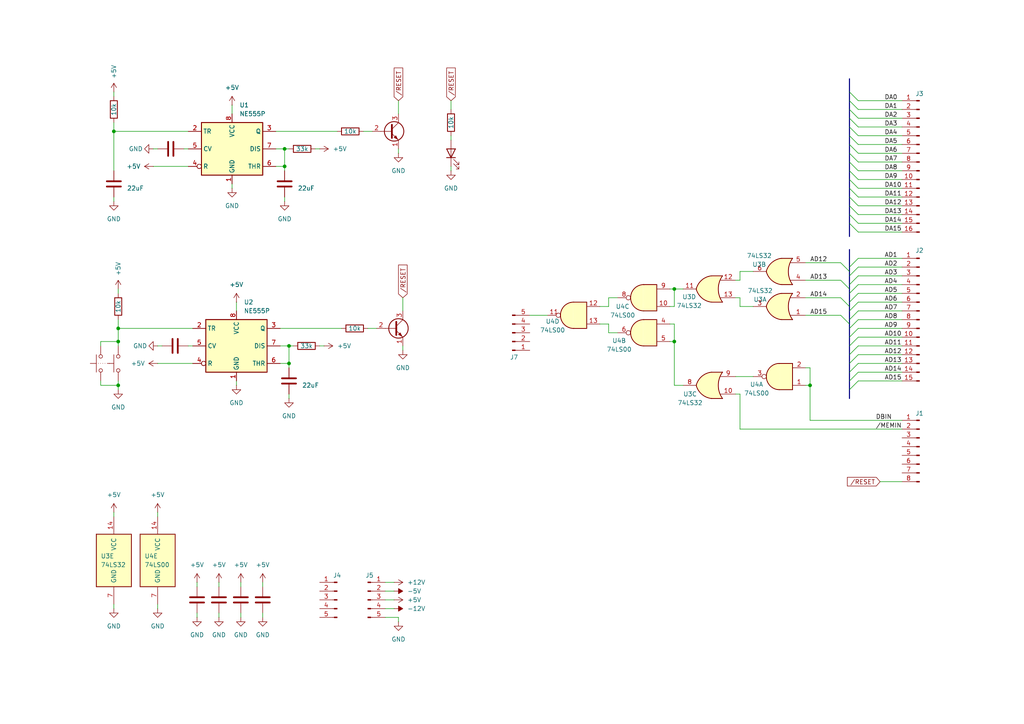
<source format=kicad_sch>
(kicad_sch (version 20250114) (generator "eeschema") (generator_version "9.0")
  (paper "A4")
  (lib_symbols
    (symbol "74xx:74LS00" (pin_names (offset 1.016))
      (property "Reference" "U" (at 0 1.27 0))
      (property "Value" "74LS00" (at 0 -1.27 0))
      (symbol "74LS00_1_1"
        (pin input line (at -7.62 2.54 0) (length 3.81) (name "~") (number "1"))
        (pin input line (at -7.62 -2.54 0) (length 3.81) (name "~") (number "2"))
        (pin output inverted (at 7.62 0 180) (length 3.81) (name "~") (number "3"))
      )
      (symbol "74LS00_1_2"
        (pin input inverted (at -7.62 2.54 0) (length 4.318) (name "~") (number "1"))
        (pin input inverted (at -7.62 -2.54 0) (length 4.318) (name "~") (number "2"))
        (pin output line (at 7.62 0 180) (length 3.81) (name "~") (number "3"))
      )
      (symbol "74LS00_2_1"
        (pin input line (at -7.62 2.54 0) (length 3.81) (name "~") (number "4"))
        (pin input line (at -7.62 -2.54 0) (length 3.81) (name "~") (number "5"))
        (pin output inverted (at 7.62 0 180) (length 3.81) (name "~") (number "6"))
      )
      (symbol "74LS00_2_2"
        (pin input inverted (at -7.62 2.54 0) (length 4.318) (name "~") (number "4"))
        (pin input inverted (at -7.62 -2.54 0) (length 4.318) (name "~") (number "5"))
        (pin output line (at 7.62 0 180) (length 3.81) (name "~") (number "6"))
      )
      (symbol "74LS00_3_1"
        (pin input line (at -7.62 2.54 0) (length 3.81) (name "~") (number "9"))
        (pin input line (at -7.62 -2.54 0) (length 3.81) (name "~") (number "10"))
        (pin output inverted (at 7.62 0 180) (length 3.81) (name "~") (number "8"))
      )
      (symbol "74LS00_3_2"
        (pin input inverted (at -7.62 2.54 0) (length 4.318) (name "~") (number "9"))
        (pin input inverted (at -7.62 -2.54 0) (length 4.318) (name "~") (number "10"))
        (pin output line (at 7.62 0 180) (length 3.81) (name "~") (number "8"))
      )
      (symbol "74LS00_4_1"
        (pin input line (at -7.62 2.54 0) (length 3.81) (name "~") (number "12"))
        (pin input line (at -7.62 -2.54 0) (length 3.81) (name "~") (number "13"))
        (pin output inverted (at 7.62 0 180) (length 3.81) (name "~") (number "11"))
      )
      (symbol "74LS00_4_2"
        (pin input inverted (at -7.62 2.54 0) (length 4.318) (name "~") (number "12"))
        (pin input inverted (at -7.62 -2.54 0) (length 4.318) (name "~") (number "13"))
        (pin output line (at 7.62 0 180) (length 3.81) (name "~") (number "11"))
      )
      (symbol "74LS00_5_0"
        (pin power_in line (at 0 12.7 270) (length 5.08) (name "VCC") (number "14"))
        (pin power_in line (at 0 -12.7 90) (length 5.08) (name "GND") (number "7"))
      )
    )
    (symbol "74xx:74LS32" (pin_names (offset 1.016))
      (property "Reference" "U" (at 0 1.27 0))
      (property "Value" "74LS32" (at 0 -1.27 0))
      (symbol "74LS32_1_1"
        (pin input line (at -7.62 2.54 0) (length 4.318) (name "~") (number "1"))
        (pin input line (at -7.62 -2.54 0) (length 4.318) (name "~") (number "2"))
        (pin output line (at 7.62 0 180) (length 3.81) (name "~") (number "3"))
      )
      (symbol "74LS32_1_2"
        (pin input inverted (at -7.62 2.54 0) (length 3.81) (name "~") (number "1"))
        (pin input inverted (at -7.62 -2.54 0) (length 3.81) (name "~") (number "2"))
        (pin output inverted (at 7.62 0 180) (length 3.81) (name "~") (number "3"))
      )
      (symbol "74LS32_2_1"
        (pin input line (at -7.62 2.54 0) (length 4.318) (name "~") (number "4"))
        (pin input line (at -7.62 -2.54 0) (length 4.318) (name "~") (number "5"))
        (pin output line (at 7.62 0 180) (length 3.81) (name "~") (number "6"))
      )
      (symbol "74LS32_2_2"
        (pin input inverted (at -7.62 2.54 0) (length 3.81) (name "~") (number "4"))
        (pin input inverted (at -7.62 -2.54 0) (length 3.81) (name "~") (number "5"))
        (pin output inverted (at 7.62 0 180) (length 3.81) (name "~") (number "6"))
      )
      (symbol "74LS32_3_1"
        (pin input line (at -7.62 2.54 0) (length 4.318) (name "~") (number "9"))
        (pin input line (at -7.62 -2.54 0) (length 4.318) (name "~") (number "10"))
        (pin output line (at 7.62 0 180) (length 3.81) (name "~") (number "8"))
      )
      (symbol "74LS32_3_2"
        (pin input inverted (at -7.62 2.54 0) (length 3.81) (name "~") (number "9"))
        (pin input inverted (at -7.62 -2.54 0) (length 3.81) (name "~") (number "10"))
        (pin output inverted (at 7.62 0 180) (length 3.81) (name "~") (number "8"))
      )
      (symbol "74LS32_4_1"
        (pin input line (at -7.62 2.54 0) (length 4.318) (name "~") (number "12"))
        (pin input line (at -7.62 -2.54 0) (length 4.318) (name "~") (number "13"))
        (pin output line (at 7.62 0 180) (length 3.81) (name "~") (number "11"))
      )
      (symbol "74LS32_4_2"
        (pin input inverted (at -7.62 2.54 0) (length 3.81) (name "~") (number "12"))
        (pin input inverted (at -7.62 -2.54 0) (length 3.81) (name "~") (number "13"))
        (pin output inverted (at 7.62 0 180) (length 3.81) (name "~") (number "11"))
      )
      (symbol "74LS32_5_0"
        (pin power_in line (at 0 12.7 270) (length 5.08) (name "VCC") (number "14"))
        (pin power_in line (at 0 -12.7 90) (length 5.08) (name "GND") (number "7"))
      )
    )
    (symbol "Connector:Conn_01x05_Pin" (pin_names (offset 1.016) (hide yes))
      (property "Reference" "J" (at 0 7.62 0))
      (property "Value" "Conn_01x05_Pin" (at 0 -7.62 0))
      (symbol "Conn_01x05_Pin_1_1"
        (pin passive line (at 5.08 5.08 180) (length 3.81) (name "Pin_1") (number "1"))
        (pin passive line (at 5.08 2.54 180) (length 3.81) (name "Pin_2") (number "2"))
        (pin passive line (at 5.08 0 180) (length 3.81) (name "Pin_3") (number "3"))
        (pin passive line (at 5.08 -2.54 180) (length 3.81) (name "Pin_4") (number "4"))
        (pin passive line (at 5.08 -5.08 180) (length 3.81) (name "Pin_5") (number "5"))
      )
    )
    (symbol "Connector:Conn_01x08_Pin" (pin_names (offset 1.016) (hide yes))
      (property "Reference" "J" (at 0 10.16 0))
      (property "Value" "Conn_01x08_Pin" (at 0 -12.7 0))
      (symbol "Conn_01x08_Pin_1_1"
        (pin passive line (at 5.08 7.62 180) (length 3.81) (name "Pin_1") (number "1"))
        (pin passive line (at 5.08 5.08 180) (length 3.81) (name "Pin_2") (number "2"))
        (pin passive line (at 5.08 2.54 180) (length 3.81) (name "Pin_3") (number "3"))
        (pin passive line (at 5.08 0 180) (length 3.81) (name "Pin_4") (number "4"))
        (pin passive line (at 5.08 -2.54 180) (length 3.81) (name "Pin_5") (number "5"))
        (pin passive line (at 5.08 -5.08 180) (length 3.81) (name "Pin_6") (number "6"))
        (pin passive line (at 5.08 -7.62 180) (length 3.81) (name "Pin_7") (number "7"))
        (pin passive line (at 5.08 -10.16 180) (length 3.81) (name "Pin_8") (number "8"))
      )
    )
    (symbol "Connector:Conn_01x15_Pin" (pin_names (offset 1.016) (hide yes))
      (property "Reference" "J" (at 0 20.32 0))
      (property "Value" "Conn_01x15_Pin" (at 0 -20.32 0))
      (symbol "Conn_01x15_Pin_1_1"
        (pin passive line (at 5.08 17.78 180) (length 3.81) (name "Pin_1") (number "1"))
        (pin passive line (at 5.08 15.24 180) (length 3.81) (name "Pin_2") (number "2"))
        (pin passive line (at 5.08 12.7 180) (length 3.81) (name "Pin_3") (number "3"))
        (pin passive line (at 5.08 10.16 180) (length 3.81) (name "Pin_4") (number "4"))
        (pin passive line (at 5.08 7.62 180) (length 3.81) (name "Pin_5") (number "5"))
        (pin passive line (at 5.08 5.08 180) (length 3.81) (name "Pin_6") (number "6"))
        (pin passive line (at 5.08 2.54 180) (length 3.81) (name "Pin_7") (number "7"))
        (pin passive line (at 5.08 0 180) (length 3.81) (name "Pin_8") (number "8"))
        (pin passive line (at 5.08 -2.54 180) (length 3.81) (name "Pin_9") (number "9"))
        (pin passive line (at 5.08 -5.08 180) (length 3.81) (name "Pin_10") (number "10"))
        (pin passive line (at 5.08 -7.62 180) (length 3.81) (name "Pin_11") (number "11"))
        (pin passive line (at 5.08 -10.16 180) (length 3.81) (name "Pin_12") (number "12"))
        (pin passive line (at 5.08 -12.7 180) (length 3.81) (name "Pin_13") (number "13"))
        (pin passive line (at 5.08 -15.24 180) (length 3.81) (name "Pin_14") (number "14"))
        (pin passive line (at 5.08 -17.78 180) (length 3.81) (name "Pin_15") (number "15"))
      )
    )
    (symbol "Connector:Conn_01x16_Pin" (pin_names (offset 1.016) (hide yes))
      (property "Reference" "J" (at 0 20.32 0))
      (property "Value" "Conn_01x16_Pin" (at 0 -22.86 0))
      (symbol "Conn_01x16_Pin_1_1"
        (pin passive line (at 5.08 17.78 180) (length 3.81) (name "Pin_1") (number "1"))
        (pin passive line (at 5.08 15.24 180) (length 3.81) (name "Pin_2") (number "2"))
        (pin passive line (at 5.08 12.7 180) (length 3.81) (name "Pin_3") (number "3"))
        (pin passive line (at 5.08 10.16 180) (length 3.81) (name "Pin_4") (number "4"))
        (pin passive line (at 5.08 7.62 180) (length 3.81) (name "Pin_5") (number "5"))
        (pin passive line (at 5.08 5.08 180) (length 3.81) (name "Pin_6") (number "6"))
        (pin passive line (at 5.08 2.54 180) (length 3.81) (name "Pin_7") (number "7"))
        (pin passive line (at 5.08 0 180) (length 3.81) (name "Pin_8") (number "8"))
        (pin passive line (at 5.08 -2.54 180) (length 3.81) (name "Pin_9") (number "9"))
        (pin passive line (at 5.08 -5.08 180) (length 3.81) (name "Pin_10") (number "10"))
        (pin passive line (at 5.08 -7.62 180) (length 3.81) (name "Pin_11") (number "11"))
        (pin passive line (at 5.08 -10.16 180) (length 3.81) (name "Pin_12") (number "12"))
        (pin passive line (at 5.08 -12.7 180) (length 3.81) (name "Pin_13") (number "13"))
        (pin passive line (at 5.08 -15.24 180) (length 3.81) (name "Pin_14") (number "14"))
        (pin passive line (at 5.08 -17.78 180) (length 3.81) (name "Pin_15") (number "15"))
        (pin passive line (at 5.08 -20.32 180) (length 3.81) (name "Pin_16") (number "16"))
      )
    )
    (symbol "Device:C" (pin_numbers (hide yes)) (pin_names (offset 0.254))
      (property "Reference" "C" (at 0.635 2.54 0))
      (property "Value" "C" (at 0.635 -2.54 0))
      (symbol "C_1_1"
        (pin passive line (at 0 3.81 270) (length 2.794) (name "~") (number "1"))
        (pin passive line (at 0 -3.81 90) (length 2.794) (name "~") (number "2"))
      )
    )
    (symbol "Device:LED" (pin_numbers (hide yes)) (pin_names (offset 1.016) (hide yes))
      (property "Reference" "D" (at 0 2.54 0))
      (property "Value" "LED" (at 0 -2.54 0))
      (symbol "LED_1_1"
        (pin passive line (at -3.81 0 0) (length 2.54) (name "K") (number "1"))
        (pin passive line (at 3.81 0 180) (length 2.54) (name "A") (number "2"))
      )
    )
    (symbol "Device:R" (pin_numbers (hide yes)) (pin_names (offset 0))
      (property "Reference" "R" (at 2.032 0 90))
      (property "Value" "R" (at 0 0 90))
      (symbol "R_1_1"
        (pin passive line (at 0 3.81 270) (length 1.27) (name "~") (number "1"))
        (pin passive line (at 0 -3.81 90) (length 1.27) (name "~") (number "2"))
      )
    )
    (symbol "Timer:NE555P"
      (property "Reference" "U" (at -10.16 8.89 0))
      (property "Value" "NE555P" (at 2.54 8.89 0))
      (symbol "NE555P_0_0"
        (pin power_in line (at 0 10.16 270) (length 2.54) (name "VCC") (number "8"))
        (pin power_in line (at 0 -10.16 90) (length 2.54) (name "GND") (number "1"))
      )
      (symbol "NE555P_1_1"
        (pin input line (at -12.7 5.08 0) (length 3.81) (name "TR") (number "2"))
        (pin input line (at -12.7 0 0) (length 3.81) (name "CV") (number "5"))
        (pin input inverted (at -12.7 -5.08 0) (length 3.81) (name "R") (number "4"))
        (pin output line (at 12.7 5.08 180) (length 3.81) (name "Q") (number "3"))
        (pin input line (at 12.7 0 180) (length 3.81) (name "DIS") (number "7"))
        (pin input line (at 12.7 -5.08 180) (length 3.81) (name "THR") (number "6"))
      )
    )
    (symbol "Transistor_BJT:2N3904" (pin_names (offset 0) (hide yes))
      (property "Reference" "Q" (at 5.08 1.905 0))
      (property "Value" "2N3904" (at 5.08 0 0))
      (symbol "2N3904_1_1"
        (pin input line (at -5.08 0 0) (length 2.54) (name "B") (number "2"))
        (pin passive line (at 2.54 5.08 270) (length 2.54) (name "C") (number "3"))
        (pin passive line (at 2.54 -5.08 90) (length 2.54) (name "E") (number "1"))
      )
    )
    (symbol "User:SW_Double_Push" (pin_numbers (hide yes)) (pin_names (offset 1.016) (hide yes))
      (property "Reference" "SW" (at 1.27 2.54 0))
      (property "Value" "SW_Double_Push" (at 0 -7.112 0))
      (symbol "SW_Double_Push_0_1"
        (pin passive line (at -5.08 0 0) (length 2.54) (name "1") (number "1"))
        (pin passive line (at -5.08 -5.08 0) (length 2.54) (name "1") (number "1"))
        (pin passive line (at 5.08 0 180) (length 2.54) (name "2") (number "2"))
        (pin passive line (at 5.08 -5.08 180) (length 2.54) (name "2") (number "2"))
      )
    )
    (symbol "power:+12V" (power) (pin_numbers (hide yes)) (pin_names (offset 0) (hide yes))
      (property "Value" "+12V" (at 0 3.556 0))
      (symbol "+12V_1_1"
        (pin power_in line (at 0 0 90) (length 0) (name "~") (number "1"))
      )
    )
    (symbol "power:+5V" (power) (pin_numbers (hide yes)) (pin_names (offset 0) (hide yes))
      (property "Value" "+5V" (at 0 3.556 0))
      (symbol "+5V_1_1"
        (pin power_in line (at 0 0 90) (length 0) (name "~") (number "1"))
      )
    )
    (symbol "power:-12V" (power) (pin_numbers (hide yes)) (pin_names (offset 0) (hide yes))
      (property "Value" "-12V" (at 0 3.556 0))
      (symbol "-12V_0_0"
        (pin power_in line (at 0 0 90) (length 0) (name "~") (number "1"))
      )
    )
    (symbol "power:-5V" (power) (pin_numbers (hide yes)) (pin_names (offset 0) (hide yes))
      (property "Value" "-5V" (at 0 3.556 0))
      (symbol "-5V_0_0"
        (pin power_in line (at 0 0 90) (length 0) (name "~") (number "1"))
      )
    )
    (symbol "power:GND" (power) (pin_numbers (hide yes)) (pin_names (offset 0) (hide yes))
      (property "Value" "GND" (at 0 -3.81 0))
      (symbol "GND_1_1"
        (pin power_in line (at 0 0 270) (length 0) (name "~") (number "1"))
      )
    )
  )
  (junction (at 195.58 99.06))
  (junction (at 234.95 111.76))
  (junction (at 82.55 48.26))
  (junction (at 83.82 100.33))
  (junction (at 34.29 99.06))
  (junction (at 195.58 83.82))
  (junction (at 33.02 38.1))
  (junction (at 34.29 95.25))
  (junction (at 82.55 43.18))
  (junction (at 83.82 105.41))
  (junction (at 34.29 111.76))
  (bus_entry (at 246.38 110.49) (size 2.54 -2.54))
  (bus_entry (at 246.38 105.41) (size 2.54 -2.54))
  (bus_entry (at 246.38 100.33) (size 2.54 -2.54))
  (bus_entry (at 243.84 86.36) (size 2.54 2.54))
  (bus_entry (at 243.84 81.28) (size 2.54 2.54))
  (bus_entry (at 246.38 57.15) (size 2.54 2.54))
  (bus_entry (at 246.38 77.47) (size 2.54 -2.54))
  (bus_entry (at 246.38 54.61) (size 2.54 2.54))
  (bus_entry (at 246.38 34.29) (size 2.54 2.54))
  (bus_entry (at 246.38 80.01) (size 2.54 -2.54))
  (bus_entry (at 246.38 102.87) (size 2.54 -2.54))
  (bus_entry (at 246.38 49.53) (size 2.54 2.54))
  (bus_entry (at 246.38 87.63) (size 2.54 -2.54))
  (bus_entry (at 246.38 95.25) (size 2.54 -2.54))
  (bus_entry (at 246.38 26.67) (size 2.54 2.54))
  (bus_entry (at 246.38 64.77) (size 2.54 2.54))
  (bus_entry (at 246.38 92.71) (size 2.54 -2.54))
  (bus_entry (at 246.38 59.69) (size 2.54 2.54))
  (bus_entry (at 246.38 85.09) (size 2.54 -2.54))
  (bus_entry (at 246.38 41.91) (size 2.54 2.54))
  (bus_entry (at 246.38 62.23) (size 2.54 2.54))
  (bus_entry (at 246.38 46.99) (size 2.54 2.54))
  (bus_entry (at 246.38 36.83) (size 2.54 2.54))
  (bus_entry (at 246.38 82.55) (size 2.54 -2.54))
  (bus_entry (at 243.84 76.2) (size 2.54 2.54))
  (bus_entry (at 246.38 52.07) (size 2.54 2.54))
  (bus_entry (at 246.38 31.75) (size 2.54 2.54))
  (bus_entry (at 246.38 107.95) (size 2.54 -2.54))
  (bus_entry (at 243.84 91.44) (size 2.54 2.54))
  (bus_entry (at 246.38 39.37) (size 2.54 2.54))
  (bus_entry (at 246.38 29.21) (size 2.54 2.54))
  (bus_entry (at 246.38 90.17) (size 2.54 -2.54))
  (bus_entry (at 246.38 97.79) (size 2.54 -2.54))
  (bus_entry (at 246.38 113.03) (size 2.54 -2.54))
  (bus_entry (at 246.38 44.45) (size 2.54 2.54))
  (wire (pts (xy 248.92 107.95) (xy 261.62 107.95)))
  (wire (pts (xy 248.92 100.33) (xy 261.62 100.33)))
  (wire (pts (xy 214.63 114.3) (xy 214.63 124.46)))
  (wire (pts (xy 82.55 43.18) (xy 80.01 43.18)))
  (wire (pts (xy 130.81 29.21) (xy 130.81 31.75)))
  (bus (pts (xy 246.38 52.07) (xy 246.38 49.53)))
  (wire (pts (xy 63.5 168.91) (xy 63.5 170.18)))
  (wire (pts (xy 248.92 59.69) (xy 261.62 59.69)))
  (wire (pts (xy 195.58 111.76) (xy 195.58 99.06)))
  (wire (pts (xy 214.63 86.36) (xy 214.63 88.9)))
  (wire (pts (xy 33.02 175.26) (xy 33.02 176.53)))
  (bus (pts (xy 246.38 82.55) (xy 246.38 83.82)))
  (wire (pts (xy 248.92 62.23) (xy 261.62 62.23)))
  (wire (pts (xy 29.21 110.49) (xy 29.21 111.76)))
  (wire (pts (xy 248.92 29.21) (xy 261.62 29.21)))
  (wire (pts (xy 34.29 95.25) (xy 34.29 99.06)))
  (wire (pts (xy 80.01 48.26) (xy 82.55 48.26)))
  (wire (pts (xy 105.41 38.1) (xy 107.95 38.1)))
  (wire (pts (xy 116.84 86.36) (xy 116.84 90.17)))
  (bus (pts (xy 246.38 107.95) (xy 246.38 110.49)))
  (wire (pts (xy 248.92 34.29) (xy 261.62 34.29)))
  (bus (pts (xy 246.38 92.71) (xy 246.38 93.98)))
  (wire (pts (xy 218.44 78.74) (xy 214.63 78.74)))
  (wire (pts (xy 83.82 114.3) (xy 83.82 115.57)))
  (wire (pts (xy 115.57 179.07) (xy 111.76 179.07)))
  (wire (pts (xy 248.92 46.99) (xy 261.62 46.99)))
  (wire (pts (xy 248.92 80.01) (xy 261.62 80.01)))
  (bus (pts (xy 246.38 34.29) (xy 246.38 31.75)))
  (wire (pts (xy 248.92 82.55) (xy 261.62 82.55)))
  (wire (pts (xy 92.71 100.33) (xy 93.98 100.33)))
  (wire (pts (xy 44.45 48.26) (xy 54.61 48.26)))
  (wire (pts (xy 233.68 81.28) (xy 243.84 81.28)))
  (wire (pts (xy 158.75 91.44) (xy 153.67 91.44)))
  (wire (pts (xy 248.92 39.37) (xy 261.62 39.37)))
  (wire (pts (xy 83.82 105.41) (xy 83.82 106.68)))
  (wire (pts (xy 195.58 93.98) (xy 194.31 93.98)))
  (bus (pts (xy 246.38 54.61) (xy 246.38 52.07)))
  (bus (pts (xy 246.38 87.63) (xy 246.38 88.9)))
  (bus (pts (xy 246.38 36.83) (xy 246.38 34.29)))
  (wire (pts (xy 83.82 100.33) (xy 85.09 100.33)))
  (wire (pts (xy 195.58 88.9) (xy 195.58 83.82)))
  (bus (pts (xy 246.38 68.58) (xy 246.38 64.77)))
  (bus (pts (xy 246.38 83.82) (xy 246.38 85.09)))
  (wire (pts (xy 214.63 86.36) (xy 213.36 86.36)))
  (bus (pts (xy 246.38 59.69) (xy 246.38 57.15)))
  (wire (pts (xy 63.5 177.8) (xy 63.5 179.07)))
  (wire (pts (xy 114.3 176.53) (xy 111.76 176.53)))
  (wire (pts (xy 34.29 85.09) (xy 34.29 83.82)))
  (wire (pts (xy 76.2 177.8) (xy 76.2 179.07)))
  (wire (pts (xy 248.92 90.17) (xy 261.62 90.17)))
  (wire (pts (xy 248.92 67.31) (xy 261.62 67.31)))
  (bus (pts (xy 246.38 72.39) (xy 246.38 77.47)))
  (wire (pts (xy 248.92 97.79) (xy 261.62 97.79)))
  (wire (pts (xy 33.02 27.94) (xy 33.02 26.67)))
  (wire (pts (xy 45.72 175.26) (xy 45.72 176.53)))
  (wire (pts (xy 34.29 95.25) (xy 55.88 95.25)))
  (wire (pts (xy 248.92 31.75) (xy 261.62 31.75)))
  (wire (pts (xy 233.68 76.2) (xy 243.84 76.2)))
  (wire (pts (xy 29.21 111.76) (xy 34.29 111.76)))
  (wire (pts (xy 179.07 86.36) (xy 176.53 86.36)))
  (wire (pts (xy 82.55 48.26) (xy 82.55 49.53)))
  (wire (pts (xy 81.28 105.41) (xy 83.82 105.41)))
  (wire (pts (xy 115.57 29.21) (xy 115.57 33.02)))
  (wire (pts (xy 57.15 168.91) (xy 57.15 170.18)))
  (bus (pts (xy 246.38 49.53) (xy 246.38 46.99)))
  (wire (pts (xy 198.12 83.82) (xy 195.58 83.82)))
  (wire (pts (xy 195.58 83.82) (xy 194.31 83.82)))
  (bus (pts (xy 246.38 26.67) (xy 246.38 22.86)))
  (wire (pts (xy 248.92 41.91) (xy 261.62 41.91)))
  (bus (pts (xy 246.38 44.45) (xy 246.38 41.91)))
  (wire (pts (xy 233.68 111.76) (xy 234.95 111.76)))
  (wire (pts (xy 248.92 44.45) (xy 261.62 44.45)))
  (wire (pts (xy 176.53 86.36) (xy 176.53 88.9)))
  (wire (pts (xy 248.92 49.53) (xy 261.62 49.53)))
  (wire (pts (xy 248.92 57.15) (xy 261.62 57.15)))
  (wire (pts (xy 233.68 86.36) (xy 243.84 86.36)))
  (wire (pts (xy 248.92 102.87) (xy 261.62 102.87)))
  (wire (pts (xy 115.57 180.34) (xy 115.57 179.07)))
  (wire (pts (xy 179.07 96.52) (xy 176.53 96.52)))
  (wire (pts (xy 218.44 109.22) (xy 213.36 109.22)))
  (wire (pts (xy 68.58 110.49) (xy 68.58 111.76)))
  (wire (pts (xy 248.92 36.83) (xy 261.62 36.83)))
  (wire (pts (xy 198.12 111.76) (xy 195.58 111.76)))
  (bus (pts (xy 246.38 85.09) (xy 246.38 87.63)))
  (wire (pts (xy 115.57 44.45) (xy 115.57 43.18)))
  (wire (pts (xy 34.29 99.06) (xy 34.29 100.33)))
  (wire (pts (xy 33.02 57.15) (xy 33.02 58.42)))
  (wire (pts (xy 194.31 88.9) (xy 195.58 88.9)))
  (wire (pts (xy 76.2 168.91) (xy 76.2 170.18)))
  (wire (pts (xy 46.99 100.33) (xy 45.72 100.33)))
  (wire (pts (xy 34.29 92.71) (xy 34.29 95.25)))
  (bus (pts (xy 246.38 39.37) (xy 246.38 36.83)))
  (wire (pts (xy 176.53 93.98) (xy 173.99 93.98)))
  (wire (pts (xy 34.29 111.76) (xy 34.29 113.03)))
  (wire (pts (xy 233.68 91.44) (xy 243.84 91.44)))
  (bus (pts (xy 246.38 93.98) (xy 246.38 95.25)))
  (wire (pts (xy 248.92 105.41) (xy 261.62 105.41)))
  (bus (pts (xy 246.38 100.33) (xy 246.38 102.87)))
  (wire (pts (xy 81.28 95.25) (xy 99.06 95.25)))
  (wire (pts (xy 54.61 100.33) (xy 55.88 100.33)))
  (wire (pts (xy 34.29 111.76) (xy 34.29 110.49)))
  (bus (pts (xy 246.38 113.03) (xy 246.38 115.57)))
  (wire (pts (xy 33.02 35.56) (xy 33.02 38.1)))
  (wire (pts (xy 91.44 43.18) (xy 92.71 43.18)))
  (wire (pts (xy 33.02 148.59) (xy 33.02 149.86)))
  (wire (pts (xy 248.92 74.93) (xy 261.62 74.93)))
  (wire (pts (xy 234.95 111.76) (xy 234.95 106.68)))
  (wire (pts (xy 68.58 87.63) (xy 68.58 90.17)))
  (wire (pts (xy 218.44 88.9) (xy 214.63 88.9)))
  (wire (pts (xy 248.92 92.71) (xy 261.62 92.71)))
  (bus (pts (xy 246.38 95.25) (xy 246.38 97.79)))
  (bus (pts (xy 246.38 64.77) (xy 246.38 62.23)))
  (wire (pts (xy 248.92 95.25) (xy 261.62 95.25)))
  (wire (pts (xy 214.63 124.46) (xy 261.62 124.46)))
  (wire (pts (xy 106.68 95.25) (xy 109.22 95.25)))
  (wire (pts (xy 116.84 101.6) (xy 116.84 100.33)))
  (wire (pts (xy 255.27 139.7) (xy 261.62 139.7)))
  (wire (pts (xy 194.31 99.06) (xy 195.58 99.06)))
  (wire (pts (xy 248.92 85.09) (xy 261.62 85.09)))
  (wire (pts (xy 57.15 177.8) (xy 57.15 179.07)))
  (bus (pts (xy 246.38 110.49) (xy 246.38 113.03)))
  (wire (pts (xy 234.95 106.68) (xy 233.68 106.68)))
  (wire (pts (xy 130.81 48.26) (xy 130.81 49.53)))
  (wire (pts (xy 80.01 38.1) (xy 97.79 38.1)))
  (wire (pts (xy 114.3 168.91) (xy 111.76 168.91)))
  (wire (pts (xy 82.55 57.15) (xy 82.55 58.42)))
  (bus (pts (xy 246.38 78.74) (xy 246.38 80.01)))
  (bus (pts (xy 246.38 90.17) (xy 246.38 92.71)))
  (wire (pts (xy 248.92 64.77) (xy 261.62 64.77)))
  (bus (pts (xy 246.38 31.75) (xy 246.38 29.21)))
  (bus (pts (xy 246.38 62.23) (xy 246.38 59.69)))
  (wire (pts (xy 248.92 87.63) (xy 261.62 87.63)))
  (bus (pts (xy 246.38 41.91) (xy 246.38 39.37)))
  (wire (pts (xy 130.81 39.37) (xy 130.81 40.64)))
  (bus (pts (xy 246.38 29.21) (xy 246.38 26.67)))
  (wire (pts (xy 33.02 38.1) (xy 54.61 38.1)))
  (wire (pts (xy 214.63 78.74) (xy 214.63 81.28)))
  (bus (pts (xy 246.38 77.47) (xy 246.38 78.74)))
  (wire (pts (xy 248.92 54.61) (xy 261.62 54.61)))
  (bus (pts (xy 246.38 105.41) (xy 246.38 107.95)))
  (wire (pts (xy 29.21 100.33) (xy 29.21 99.06)))
  (wire (pts (xy 53.34 43.18) (xy 54.61 43.18)))
  (wire (pts (xy 45.72 105.41) (xy 55.88 105.41)))
  (wire (pts (xy 67.31 30.48) (xy 67.31 33.02)))
  (wire (pts (xy 114.3 171.45) (xy 111.76 171.45)))
  (bus (pts (xy 246.38 102.87) (xy 246.38 105.41)))
  (wire (pts (xy 195.58 99.06) (xy 195.58 93.98)))
  (wire (pts (xy 248.92 77.47) (xy 261.62 77.47)))
  (wire (pts (xy 176.53 88.9) (xy 173.99 88.9)))
  (wire (pts (xy 33.02 38.1) (xy 33.02 49.53)))
  (wire (pts (xy 114.3 173.99) (xy 111.76 173.99)))
  (wire (pts (xy 248.92 52.07) (xy 261.62 52.07)))
  (wire (pts (xy 82.55 43.18) (xy 83.82 43.18)))
  (wire (pts (xy 234.95 111.76) (xy 234.95 121.92)))
  (wire (pts (xy 67.31 53.34) (xy 67.31 54.61)))
  (wire (pts (xy 213.36 81.28) (xy 214.63 81.28)))
  (bus (pts (xy 246.38 57.15) (xy 246.38 54.61)))
  (wire (pts (xy 234.95 121.92) (xy 261.62 121.92)))
  (wire (pts (xy 45.72 148.59) (xy 45.72 149.86)))
  (bus (pts (xy 246.38 88.9) (xy 246.38 90.17)))
  (bus (pts (xy 246.38 97.79) (xy 246.38 100.33)))
  (wire (pts (xy 176.53 96.52) (xy 176.53 93.98)))
  (wire (pts (xy 83.82 105.41) (xy 83.82 100.33)))
  (wire (pts (xy 83.82 100.33) (xy 81.28 100.33)))
  (wire (pts (xy 29.21 99.06) (xy 34.29 99.06)))
  (wire (pts (xy 69.85 168.91) (xy 69.85 170.18)))
  (wire (pts (xy 45.72 43.18) (xy 44.45 43.18)))
  (wire (pts (xy 214.63 114.3) (xy 213.36 114.3)))
  (bus (pts (xy 246.38 46.99) (xy 246.38 44.45)))
  (bus (pts (xy 246.38 80.01) (xy 246.38 82.55)))
  (wire (pts (xy 82.55 48.26) (xy 82.55 43.18)))
  (wire (pts (xy 248.92 110.49) (xy 261.62 110.49)))
  (wire (pts (xy 69.85 177.8) (xy 69.85 179.07)))
  (label "AD5" (at 256.54 85.09 0))
  (label "{slash}MEMIN" (at 254 124.46 0))
  (label "AD15" (at 234.95 91.44 0))
  (label "AD12" (at 256.54 102.87 0))
  (label "DA6" (at 256.54 44.45 0))
  (label "AD8" (at 256.54 92.71 0))
  (label "AD11" (at 256.54 100.33 0))
  (label "AD13" (at 234.95 81.28 0))
  (label "DA10" (at 256.54 54.61 0))
  (label "DA0" (at 256.54 29.21 0))
  (label "AD1" (at 256.54 74.93 0))
  (label "AD3" (at 256.54 80.01 0))
  (label "AD14" (at 234.95 86.36 0))
  (label "AD9" (at 256.54 95.25 0))
  (label "DA9" (at 256.54 52.07 0))
  (label "DA11" (at 256.54 57.15 0))
  (label "DA15" (at 256.54 67.31 0))
  (label "AD14" (at 256.54 107.95 0))
  (label "AD6" (at 256.54 87.63 0))
  (label "AD12" (at 234.95 76.2 0))
  (label "DA4" (at 256.54 39.37 0))
  (label "DA3" (at 256.54 36.83 0))
  (label "DBIN" (at 254 121.92 0))
  (label "DA12" (at 256.54 59.69 0))
  (label "DA1" (at 256.54 31.75 0))
  (label "DA7" (at 256.54 46.99 0))
  (label "DA2" (at 256.54 34.29 0))
  (label "DA8" (at 256.54 49.53 0))
  (label "AD13" (at 256.54 105.41 0))
  (label "AD2" (at 256.54 77.47 0))
  (label "DA14" (at 256.54 64.77 0))
  (label "AD7" (at 256.54 90.17 0))
  (label "AD4" (at 256.54 82.55 0))
  (label "AD10" (at 256.54 97.79 0))
  (label "DA13" (at 256.54 62.23 0))
  (label "DA5" (at 256.54 41.91 0))
  (label "AD15" (at 256.54 110.49 0))
  (global_label "{slash}RESET" (shape input) (at 130.81 29.21 90) (property "Intersheetrefs" "${INTERSHEET_REFS}" (effects (hide yes))))
  (global_label "{slash}RESET" (shape input) (at 115.57 29.21 90) (property "Intersheetrefs" "${INTERSHEET_REFS}" (effects (hide yes))))
  (global_label "{slash}RESET" (shape input) (at 116.84 86.36 90) (property "Intersheetrefs" "${INTERSHEET_REFS}" (effects (hide yes))))
  (global_label "{slash}RESET" (shape input) (at 255.27 139.7 180) (property "Intersheetrefs" "${INTERSHEET_REFS}" (effects (hide yes))))
  (symbol (lib_id "power:+5V") (at 44.45 48.26 90) (unit 1)
    (property "Reference" "#PWR016" (effects (hide yes)))
    (property "Value" "+5V" (at 40.7875 48.2599 90) (effects (justify left)))
    (property "Description" "Power symbol creates a global label with name \"+5V\"" (effects (hide yes)))
  )
  (symbol (lib_id "Device:C") (at 50.8 100.33 270) (unit 1)
    (property "Reference" "C8" (effects (hide yes)))
    (property "Value" "C" (effects (hide yes)))
    (property "Footprint" "Capacitor_THT:C_Disc_D3.0mm_W1.6mm_P2.50mm" (effects (hide yes)))
    (property "Description" "Unpolarized capacitor" (effects (hide yes)))
  )
  (symbol (lib_id "Device:R") (at 87.63 43.18 270) (unit 1)
    (property "Reference" "R7" (effects (hide yes)))
    (property "Value" "33k" (at 87.63 43.18 90))
    (property "Footprint" "Resistor_THT:R_Axial_DIN0207_L6.3mm_D2.5mm_P10.16mm_Horizontal" (effects (hide yes)))
    (property "Description" "Resistor" (effects (hide yes)))
  )
  (symbol (lib_id "Connector:Conn_01x15_Pin") (at 266.7 92.71 0) (mirror y) (unit 1)
    (property "Reference" "J2" (at 266.7 72.644 0))
    (property "Value" "Conn_01x15_Pin" (effects (hide yes)))
    (property "Footprint" "Connector_PinHeader_2.54mm:PinHeader_1x15_P2.54mm_Vertical" (effects (hide yes)))
    (property "Description" "Generic connector, single row, 01x15, script generated" (effects (hide yes)))
  )
  (symbol (lib_id "power:+5V") (at 45.72 105.41 90) (unit 1)
    (property "Reference" "#PWR037" (effects (hide yes)))
    (property "Value" "+5V" (at 42.0575 105.4099 90) (effects (justify left)))
    (property "Description" "Power symbol creates a global label with name \"+5V\"" (effects (hide yes)))
  )
  (symbol (lib_id "Transistor_BJT:2N3904") (at 113.03 38.1 0) (unit 1)
    (property "Reference" "Q1" (effects (hide yes)))
    (property "Value" "2N3904" (effects (hide yes)))
    (property "Footprint" "Package_TO_SOT_THT:TO-92L_Wide" (effects (hide yes)))
    (property "Datasheet" "https://www.onsemi.com/pub/Collateral/2N3903-D.PDF" (effects (hide yes)))
    (property "Description" "0.2A Ic, 40V Vce, Small Signal NPN Transistor, TO-92" (effects (hide yes)))
  )
  (symbol (lib_id "power:GND") (at 115.57 44.45 0) (unit 1)
    (property "Reference" "#PWR027" (effects (hide yes)))
    (property "Value" "GND" (at 115.57 49.53 0))
    (property "Description" "Power symbol creates a global label with name \"GND\" , ground" (effects (hide yes)))
  )
  (symbol (lib_id "Device:C") (at 33.02 53.34 0) (unit 1)
    (property "Reference" "C5" (effects (hide yes)))
    (property "Value" "22uF" (at 36.83 54.6099 0) (effects (justify left)))
    (property "Footprint" "Capacitor_THT:C_Radial_D5.0mm_H11.0mm_P2.00mm" (effects (hide yes)))
    (property "Description" "Unpolarized capacitor" (effects (hide yes)))
  )
  (symbol (lib_id "power:+5V") (at 68.58 87.63 0) (unit 1)
    (property "Reference" "#PWR030" (effects (hide yes)))
    (property "Value" "+5V" (at 68.58 82.55 0))
    (property "Description" "Power symbol creates a global label with name \"+5V\"" (effects (hide yes)))
  )
  (symbol (lib_id "Device:R") (at 101.6 38.1 270) (unit 1)
    (property "Reference" "R9" (effects (hide yes)))
    (property "Value" "10k" (at 101.6 38.1 90))
    (property "Footprint" "Resistor_THT:R_Axial_DIN0207_L6.3mm_D2.5mm_P10.16mm_Horizontal" (effects (hide yes)))
    (property "Description" "Resistor" (effects (hide yes)))
  )
  (symbol (lib_id "Device:C") (at 76.2 173.99 0) (unit 1)
    (property "Reference" "C9" (effects (hide yes)))
    (property "Value" "C" (effects (hide yes)))
    (property "Footprint" "Capacitor_THT:C_Disc_D3.0mm_W1.6mm_P2.50mm" (effects (hide yes)))
    (property "Description" "Unpolarized capacitor" (effects (hide yes)))
  )
  (symbol (lib_id "Connector:Conn_01x05_Pin") (at 97.79 173.99 0) (mirror y) (unit 1)
    (property "Reference" "J4" (at 97.79 166.878 0))
    (property "Value" "Conn_01x05_Pin" (effects (hide yes)))
    (property "Footprint" "Connector_PinHeader_2.54mm:PinHeader_1x05_P2.54mm_Vertical" (effects (hide yes)))
    (property "Description" "Generic connector, single row, 01x05, script generated" (effects (hide yes)))
  )
  (symbol (lib_id "74xx:74LS00") (at 186.69 86.36 0) (mirror y) (unit 3)
    (property "Reference" "U4" (at 180.594 88.9 0))
    (property "Value" "74LS00" (at 180.594 91.44 0))
    (property "Footprint" "Package_DIP:DIP-14_W7.62mm" (effects (hide yes)))
    (property "Datasheet" "http://www.ti.com/lit/gpn/sn74ls00" (effects (hide yes)))
    (property "Description" "quad 2-input NAND gate" (effects (hide yes)))
  )
  (symbol (lib_id "power:+12V") (at 114.3 168.91 270) (unit 1)
    (property "Reference" "#PWR08" (effects (hide yes)))
    (property "Value" "+12V" (at 118.11 168.9099 90) (effects (justify left)))
    (property "Description" "Power symbol creates a global label with name \"+12V\"" (effects (hide yes)))
  )
  (symbol (lib_id "Connector:Conn_01x16_Pin") (at 266.7 46.99 0) (mirror y) (unit 1)
    (property "Reference" "J3" (at 266.7 27.178 0))
    (property "Value" "Conn_01x16_Pin" (effects (hide yes)))
    (property "Footprint" "Connector_PinHeader_2.54mm:PinHeader_1x16_P2.54mm_Vertical" (effects (hide yes)))
    (property "Description" "Generic connector, single row, 01x16, script generated" (effects (hide yes)))
  )
  (symbol (lib_id "power:GND") (at 33.02 176.53 0) (unit 1)
    (property "Reference" "#PWR012" (effects (hide yes)))
    (property "Value" "GND" (at 33.02 181.61 0))
    (property "Description" "Power symbol creates a global label with name \"GND\" , ground" (effects (hide yes)))
  )
  (symbol (lib_id "74xx:74LS32") (at 205.74 83.82 0) (mirror y) (unit 4)
    (property "Reference" "U3" (at 199.898 86.106 0))
    (property "Value" "74LS32" (at 199.898 88.646 0))
    (property "Footprint" "Package_DIP:DIP-14_W7.62mm" (effects (hide yes)))
    (property "Datasheet" "http://www.ti.com/lit/gpn/sn74LS32" (effects (hide yes)))
    (property "Description" "Quad 2-input OR" (effects (hide yes)))
  )
  (symbol (lib_id "Device:R") (at 34.29 88.9 0) (unit 1)
    (property "Reference" "R11" (effects (hide yes)))
    (property "Value" "10k" (at 34.29 88.9 90))
    (property "Footprint" "Resistor_THT:R_Axial_DIN0207_L6.3mm_D2.5mm_P10.16mm_Horizontal" (effects (hide yes)))
    (property "Description" "Resistor" (effects (hide yes)))
  )
  (symbol (lib_id "Transistor_BJT:2N3904") (at 114.3 95.25 0) (unit 1)
    (property "Reference" "Q2" (effects (hide yes)))
    (property "Value" "2N3904" (effects (hide yes)))
    (property "Footprint" "Package_TO_SOT_THT:TO-92L_Wide" (effects (hide yes)))
    (property "Datasheet" "https://www.onsemi.com/pub/Collateral/2N3903-D.PDF" (effects (hide yes)))
    (property "Description" "0.2A Ic, 40V Vce, Small Signal NPN Transistor, TO-92" (effects (hide yes)))
  )
  (symbol (lib_id "Device:C") (at 83.82 110.49 0) (unit 1)
    (property "Reference" "C7" (effects (hide yes)))
    (property "Value" "22uF" (at 87.63 111.7599 0) (effects (justify left)))
    (property "Footprint" "Capacitor_THT:C_Radial_D5.0mm_H11.0mm_P2.00mm" (effects (hide yes)))
    (property "Description" "Unpolarized capacitor" (effects (hide yes)))
  )
  (symbol (lib_id "power:GND") (at 115.57 180.34 0) (unit 1)
    (property "Reference" "#PWR010" (effects (hide yes)))
    (property "Value" "GND" (at 115.57 185.42 0))
    (property "Description" "Power symbol creates a global label with name \"GND\" , ground" (effects (hide yes)))
  )
  (symbol (lib_id "power:-5V") (at 114.3 171.45 270) (unit 1)
    (property "Reference" "#PWR06" (effects (hide yes)))
    (property "Value" "-5V" (at 118.11 171.4499 90) (effects (justify left)))
    (property "Description" "Power symbol creates a global label with name \"-5V\"" (effects (hide yes)))
  )
  (symbol (lib_id "Device:C") (at 49.53 43.18 270) (unit 1)
    (property "Reference" "C4" (effects (hide yes)))
    (property "Value" "C" (effects (hide yes)))
    (property "Footprint" "Capacitor_THT:C_Disc_D3.0mm_W1.6mm_P2.50mm" (effects (hide yes)))
    (property "Description" "Unpolarized capacitor" (effects (hide yes)))
  )
  (symbol (lib_id "power:+5V") (at 33.02 26.67 0) (unit 1)
    (property "Reference" "#PWR020" (effects (hide yes)))
    (property "Value" "+5V" (at 33.0199 22.86 90) (effects (justify left)))
    (property "Description" "Power symbol creates a global label with name \"+5V\"" (effects (hide yes)))
  )
  (symbol (lib_id "Connector:Conn_01x05_Pin") (at 106.68 173.99 0) (unit 1)
    (property "Reference" "J5" (at 107.188 166.878 0))
    (property "Value" "Conn_01x05_Pin" (effects (hide yes)))
    (property "Footprint" "Connector_PinHeader_2.54mm:PinHeader_1x05_P2.54mm_Vertical" (effects (hide yes)))
    (property "Description" "Generic connector, single row, 01x05, script generated" (effects (hide yes)))
  )
  (symbol (lib_id "User:SW_Double_Push") (at 29.21 105.41 90) (unit 1)
    (property "Reference" "SW1" (effects (hide yes)))
    (property "Value" "SW_Double_Push" (effects (hide yes)))
    (property "Footprint" "User:SW_Push_Double" (effects (hide yes)))
  )
  (symbol (lib_id "Connector:Conn_01x08_Pin") (at 266.7 129.54 0) (mirror y) (unit 1)
    (property "Reference" "J1" (at 266.7 119.888 0))
    (property "Value" "Conn_01x08_Pin" (effects (hide yes)))
    (property "Footprint" "Connector_PinHeader_2.54mm:PinHeader_1x08_P2.54mm_Vertical" (effects (hide yes)))
    (property "Description" "Generic connector, single row, 01x08, script generated" (effects (hide yes)))
  )
  (symbol (lib_id "power:GND") (at 68.58 111.76 0) (unit 1)
    (property "Reference" "#PWR031" (effects (hide yes)))
    (property "Value" "GND" (at 68.58 116.84 0))
    (property "Description" "Power symbol creates a global label with name \"GND\" , ground" (effects (hide yes)))
  )
  (symbol (lib_id "power:GND") (at 82.55 58.42 0) (unit 1)
    (property "Reference" "#PWR018" (effects (hide yes)))
    (property "Value" "GND" (at 82.55 63.5 0))
    (property "Description" "Power symbol creates a global label with name \"GND\" , ground" (effects (hide yes)))
  )
  (symbol (lib_id "Device:R") (at 88.9 100.33 270) (unit 1)
    (property "Reference" "R10" (effects (hide yes)))
    (property "Value" "33k" (at 88.9 100.33 90))
    (property "Footprint" "Resistor_THT:R_Axial_DIN0207_L6.3mm_D2.5mm_P10.16mm_Horizontal" (effects (hide yes)))
    (property "Description" "Resistor" (effects (hide yes)))
  )
  (symbol (lib_id "Device:LED") (at 130.81 44.45 90) (unit 1)
    (property "Reference" "D1" (effects (hide yes)))
    (property "Value" "LED" (effects (hide yes)))
    (property "Footprint" "LED_THT:LED_D5.0mm_Horizontal_O1.27mm_Z3.0mm" (effects (hide yes)))
    (property "Description" "Light emitting diode" (effects (hide yes)))
    (property "Sim.Pins" "1=K 2=A" (effects (hide yes)))
  )
  (symbol (lib_id "power:+5V") (at 57.15 168.91 0) (unit 1)
    (property "Reference" "#PWR025" (effects (hide yes)))
    (property "Value" "+5V" (at 57.15 163.83 0))
    (property "Description" "Power symbol creates a global label with name \"+5V\"" (effects (hide yes)))
  )
  (symbol (lib_id "power:GND") (at 130.81 49.53 0) (unit 1)
    (property "Reference" "#PWR041" (effects (hide yes)))
    (property "Value" "GND" (at 130.81 54.61 0))
    (property "Description" "Power symbol creates a global label with name \"GND\" , ground" (effects (hide yes)))
  )
  (symbol (lib_id "power:+5V") (at 93.98 100.33 270) (unit 1)
    (property "Reference" "#PWR033" (effects (hide yes)))
    (property "Value" "+5V" (at 97.79 100.3299 90) (effects (justify left)))
    (property "Description" "Power symbol creates a global label with name \"+5V\"" (effects (hide yes)))
  )
  (symbol (lib_id "power:+5V") (at 34.29 83.82 0) (unit 1)
    (property "Reference" "#PWR034" (effects (hide yes)))
    (property "Value" "+5V" (at 34.2899 80.01 90) (effects (justify left)))
    (property "Description" "Power symbol creates a global label with name \"+5V\"" (effects (hide yes)))
  )
  (symbol (lib_id "74xx:74LS32") (at 226.06 88.9 180) (unit 1)
    (property "Reference" "U3" (at 220.472 86.868 0))
    (property "Value" "74LS32" (at 220.472 84.328 0))
    (property "Footprint" "Package_DIP:DIP-14_W7.62mm" (effects (hide yes)))
    (property "Datasheet" "http://www.ti.com/lit/gpn/sn74LS32" (effects (hide yes)))
    (property "Description" "Quad 2-input OR" (effects (hide yes)))
  )
  (symbol (lib_id "74xx:74LS00") (at 45.72 162.56 0) (unit 5)
    (property "Reference" "U4" (at 41.91 161.29 0) (effects (justify left)))
    (property "Value" "74LS00" (at 41.91 163.83 0) (effects (justify left)))
    (property "Footprint" "Package_DIP:DIP-14_W7.62mm" (effects (hide yes)))
    (property "Datasheet" "http://www.ti.com/lit/gpn/sn74ls00" (effects (hide yes)))
    (property "Description" "quad 2-input NAND gate" (effects (hide yes)))
  )
  (symbol (lib_id "power:GND") (at 67.31 54.61 0) (unit 1)
    (property "Reference" "#PWR019" (effects (hide yes)))
    (property "Value" "GND" (at 67.31 59.69 0))
    (property "Description" "Power symbol creates a global label with name \"GND\" , ground" (effects (hide yes)))
  )
  (symbol (lib_id "power:+5V") (at 33.02 148.59 0) (unit 1)
    (property "Reference" "#PWR014" (effects (hide yes)))
    (property "Value" "+5V" (at 33.02 143.51 0))
    (property "Description" "Power symbol creates a global label with name \"+5V\"" (effects (hide yes)))
  )
  (symbol (lib_id "Timer:NE555P") (at 68.58 100.33 0) (unit 1)
    (property "Reference" "U2" (at 70.7233 87.63 0) (effects (justify left)))
    (property "Value" "NE555P" (at 70.7233 90.17 0) (effects (justify left)))
    (property "Footprint" "Package_DIP:DIP-8_W7.62mm" (effects (hide yes)))
    (property "Datasheet" "http://www.ti.com/lit/ds/symlink/ne555.pdf" (effects (hide yes)))
    (property "Description" "Precision Timers, 555 compatible,  PDIP-8" (effects (hide yes)))
  )
  (symbol (lib_id "74xx:74LS32") (at 33.02 162.56 0) (unit 5)
    (property "Reference" "U3" (at 29.21 161.29 0) (effects (justify left)))
    (property "Value" "74LS32" (at 29.21 163.83 0) (effects (justify left)))
    (property "Footprint" "Package_DIP:DIP-14_W7.62mm" (effects (hide yes)))
    (property "Datasheet" "http://www.ti.com/lit/gpn/sn74LS32" (effects (hide yes)))
    (property "Description" "Quad 2-input OR" (effects (hide yes)))
  )
  (symbol (lib_id "power:GND") (at 45.72 100.33 270) (unit 1)
    (property "Reference" "#PWR036" (effects (hide yes)))
    (property "Value" "GND" (at 40.64 100.33 90))
    (property "Description" "Power symbol creates a global label with name \"GND\" , ground" (effects (hide yes)))
  )
  (symbol (lib_id "74xx:74LS32") (at 226.06 78.74 180) (unit 2)
    (property "Reference" "U3" (at 220.218 76.708 0))
    (property "Value" "74LS32" (at 220.218 74.168 0))
    (property "Footprint" "Package_DIP:DIP-14_W7.62mm" (effects (hide yes)))
    (property "Datasheet" "http://www.ti.com/lit/gpn/sn74LS32" (effects (hide yes)))
    (property "Description" "Quad 2-input OR" (effects (hide yes)))
  )
  (symbol (lib_id "74xx:74LS32") (at 205.74 111.76 0) (mirror y) (unit 3)
    (property "Reference" "U3" (at 200.152 114.3 0))
    (property "Value" "74LS32" (at 200.152 116.84 0))
    (property "Footprint" "Package_DIP:DIP-14_W7.62mm" (effects (hide yes)))
    (property "Datasheet" "http://www.ti.com/lit/gpn/sn74LS32" (effects (hide yes)))
    (property "Description" "Quad 2-input OR" (effects (hide yes)))
  )
  (symbol (lib_id "power:GND") (at 83.82 115.57 0) (unit 1)
    (property "Reference" "#PWR032" (effects (hide yes)))
    (property "Value" "GND" (at 83.82 120.65 0))
    (property "Description" "Power symbol creates a global label with name \"GND\" , ground" (effects (hide yes)))
  )
  (symbol (lib_id "Device:C") (at 57.15 173.99 0) (unit 1)
    (property "Reference" "C1" (effects (hide yes)))
    (property "Value" "C" (effects (hide yes)))
    (property "Footprint" "Capacitor_THT:C_Disc_D3.0mm_W1.6mm_P2.50mm" (effects (hide yes)))
    (property "Description" "Unpolarized capacitor" (effects (hide yes)))
  )
  (symbol (lib_id "power:+5V") (at 76.2 168.91 0) (unit 1)
    (property "Reference" "#PWR039" (effects (hide yes)))
    (property "Value" "+5V" (at 76.2 163.83 0))
    (property "Description" "Power symbol creates a global label with name \"+5V\"" (effects (hide yes)))
  )
  (symbol (lib_id "power:GND") (at 45.72 176.53 0) (unit 1)
    (property "Reference" "#PWR011" (effects (hide yes)))
    (property "Value" "GND" (at 45.72 181.61 0))
    (property "Description" "Power symbol creates a global label with name \"GND\" , ground" (effects (hide yes)))
  )
  (symbol (lib_id "power:GND") (at 33.02 58.42 0) (unit 1)
    (property "Reference" "#PWR024" (effects (hide yes)))
    (property "Value" "GND" (at 33.02 63.5 0))
    (property "Description" "Power symbol creates a global label with name \"GND\" , ground" (effects (hide yes)))
  )
  (symbol (lib_id "power:+5V") (at 45.72 148.59 0) (unit 1)
    (property "Reference" "#PWR013" (effects (hide yes)))
    (property "Value" "+5V" (at 45.72 143.51 0))
    (property "Description" "Power symbol creates a global label with name \"+5V\"" (effects (hide yes)))
  )
  (symbol (lib_id "Device:R") (at 102.87 95.25 270) (unit 1)
    (property "Reference" "R12" (effects (hide yes)))
    (property "Value" "10k" (at 102.87 95.25 90))
    (property "Footprint" "Resistor_THT:R_Axial_DIN0207_L6.3mm_D2.5mm_P10.16mm_Horizontal" (effects (hide yes)))
    (property "Description" "Resistor" (effects (hide yes)))
  )
  (symbol (lib_id "74xx:74LS00") (at 226.06 109.22 180) (unit 1)
    (property "Reference" "U4" (at 219.456 111.506 0))
    (property "Value" "74LS00" (at 219.456 114.046 0))
    (property "Footprint" "Package_DIP:DIP-14_W7.62mm" (effects (hide yes)))
    (property "Datasheet" "http://www.ti.com/lit/gpn/sn74ls00" (effects (hide yes)))
    (property "Description" "quad 2-input NAND gate" (effects (hide yes)))
  )
  (symbol (lib_id "power:+5V") (at 69.85 168.91 0) (unit 1)
    (property "Reference" "#PWR028" (effects (hide yes)))
    (property "Value" "+5V" (at 69.85 163.83 0))
    (property "Description" "Power symbol creates a global label with name \"+5V\"" (effects (hide yes)))
  )
  (symbol (lib_id "Device:C") (at 63.5 173.99 0) (unit 1)
    (property "Reference" "C2" (effects (hide yes)))
    (property "Value" "C" (effects (hide yes)))
    (property "Footprint" "Capacitor_THT:C_Disc_D3.0mm_W1.6mm_P2.50mm" (effects (hide yes)))
    (property "Description" "Unpolarized capacitor" (effects (hide yes)))
  )
  (symbol (lib_id "power:+5V") (at 114.3 173.99 270) (unit 1)
    (property "Reference" "#PWR09" (effects (hide yes)))
    (property "Value" "+5V" (at 118.11 173.9899 90) (effects (justify left)))
    (property "Description" "Power symbol creates a global label with name \"+5V\"" (effects (hide yes)))
  )
  (symbol (lib_id "power:GND") (at 76.2 179.07 0) (unit 1)
    (property "Reference" "#PWR040" (effects (hide yes)))
    (property "Value" "GND" (at 76.2 184.15 0))
    (property "Description" "Power symbol creates a global label with name \"GND\" , ground" (effects (hide yes)))
  )
  (symbol (lib_id "74xx:74LS00") (at 186.69 96.52 0) (mirror y) (unit 2)
    (property "Reference" "U4" (at 179.578 98.806 0))
    (property "Value" "74LS00" (at 179.578 101.346 0))
    (property "Footprint" "Package_DIP:DIP-14_W7.62mm" (effects (hide yes)))
    (property "Datasheet" "http://www.ti.com/lit/gpn/sn74ls00" (effects (hide yes)))
    (property "Description" "quad 2-input NAND gate" (effects (hide yes)))
  )
  (symbol (lib_id "Device:R") (at 130.81 35.56 0) (unit 1)
    (property "Reference" "R13" (effects (hide yes)))
    (property "Value" "10k" (at 130.81 35.56 90))
    (property "Footprint" "Resistor_THT:R_Axial_DIN0207_L6.3mm_D2.5mm_P10.16mm_Horizontal" (effects (hide yes)))
    (property "Description" "Resistor" (effects (hide yes)))
  )
  (symbol (lib_id "74xx:74LS00") (at 166.37 91.44 0) (mirror y) (unit 4)
    (property "Reference" "U4" (at 160.274 93.218 0))
    (property "Value" "74LS00" (at 160.274 95.758 0))
    (property "Footprint" "Package_DIP:DIP-14_W7.62mm" (effects (hide yes)))
    (property "Datasheet" "http://www.ti.com/lit/gpn/sn74ls00" (effects (hide yes)))
    (property "Description" "quad 2-input NAND gate" (effects (hide yes)))
  )
  (symbol (lib_id "Timer:NE555P") (at 67.31 43.18 0) (unit 1)
    (property "Reference" "U1" (at 69.4533 30.48 0) (effects (justify left)))
    (property "Value" "NE555P" (at 69.4533 33.02 0) (effects (justify left)))
    (property "Footprint" "Package_DIP:DIP-8_W7.62mm" (effects (hide yes)))
    (property "Datasheet" "http://www.ti.com/lit/ds/symlink/ne555.pdf" (effects (hide yes)))
    (property "Description" "Precision Timers, 555 compatible,  PDIP-8" (effects (hide yes)))
  )
  (symbol (lib_id "power:+5V") (at 67.31 30.48 0) (unit 1)
    (property "Reference" "#PWR015" (effects (hide yes)))
    (property "Value" "+5V" (at 67.31 25.4 0))
    (property "Description" "Power symbol creates a global label with name \"+5V\"" (effects (hide yes)))
  )
  (symbol (lib_id "power:-12V") (at 114.3 176.53 270) (unit 1)
    (property "Reference" "#PWR07" (effects (hide yes)))
    (property "Value" "-12V" (at 118.11 176.5299 90) (effects (justify left)))
    (property "Description" "Power symbol creates a global label with name \"-12V\"" (effects (hide yes)))
  )
  (symbol (lib_id "Device:C") (at 82.55 53.34 0) (unit 1)
    (property "Reference" "C3" (effects (hide yes)))
    (property "Value" "22uF" (at 86.36 54.6099 0) (effects (justify left)))
    (property "Footprint" "Capacitor_THT:C_Radial_D5.0mm_H11.0mm_P2.00mm" (effects (hide yes)))
    (property "Description" "Unpolarized capacitor" (effects (hide yes)))
  )
  (symbol (lib_id "Connector:Conn_01x05_Pin") (at 148.59 96.52 0) (mirror x) (unit 1)
    (property "Reference" "J7" (at 149.098 103.632 0))
    (property "Value" "Conn_01x05_Pin" (effects (hide yes)))
    (property "Footprint" "Connector_PinHeader_2.54mm:PinHeader_1x05_P2.54mm_Vertical" (effects (hide yes)))
    (property "Description" "Generic connector, single row, 01x05, script generated" (effects (hide yes)))
  )
  (symbol (lib_id "power:GND") (at 69.85 179.07 0) (unit 1)
    (property "Reference" "#PWR029" (effects (hide yes)))
    (property "Value" "GND" (at 69.85 184.15 0))
    (property "Description" "Power symbol creates a global label with name \"GND\" , ground" (effects (hide yes)))
  )
  (symbol (lib_id "power:GND") (at 44.45 43.18 270) (unit 1)
    (property "Reference" "#PWR023" (effects (hide yes)))
    (property "Value" "GND" (at 39.37 43.18 90))
    (property "Description" "Power symbol creates a global label with name \"GND\" , ground" (effects (hide yes)))
  )
  (symbol (lib_id "power:+5V") (at 92.71 43.18 270) (unit 1)
    (property "Reference" "#PWR017" (effects (hide yes)))
    (property "Value" "+5V" (at 96.52 43.1799 90) (effects (justify left)))
    (property "Description" "Power symbol creates a global label with name \"+5V\"" (effects (hide yes)))
  )
  (symbol (lib_id "power:GND") (at 116.84 101.6 0) (unit 1)
    (property "Reference" "#PWR038" (effects (hide yes)))
    (property "Value" "GND" (at 116.84 106.68 0))
    (property "Description" "Power symbol creates a global label with name \"GND\" , ground" (effects (hide yes)))
  )
  (symbol (lib_id "Device:R") (at 33.02 31.75 0) (unit 1)
    (property "Reference" "R8" (effects (hide yes)))
    (property "Value" "10k" (at 33.02 31.75 90))
    (property "Footprint" "Resistor_THT:R_Axial_DIN0207_L6.3mm_D2.5mm_P10.16mm_Horizontal" (effects (hide yes)))
    (property "Description" "Resistor" (effects (hide yes)))
  )
  (symbol (lib_id "power:GND") (at 57.15 179.07 0) (unit 1)
    (property "Reference" "#PWR021" (effects (hide yes)))
    (property "Value" "GND" (at 57.15 184.15 0))
    (property "Description" "Power symbol creates a global label with name \"GND\" , ground" (effects (hide yes)))
  )
  (symbol (lib_id "power:GND") (at 63.5 179.07 0) (unit 1)
    (property "Reference" "#PWR022" (effects (hide yes)))
    (property "Value" "GND" (at 63.5 184.15 0))
    (property "Description" "Power symbol creates a global label with name \"GND\" , ground" (effects (hide yes)))
  )
  (symbol (lib_id "power:+5V") (at 63.5 168.91 0) (unit 1)
    (property "Reference" "#PWR026" (effects (hide yes)))
    (property "Value" "+5V" (at 63.5 163.83 0))
    (property "Description" "Power symbol creates a global label with name \"+5V\"" (effects (hide yes)))
  )
  (symbol (lib_id "power:GND") (at 34.29 113.03 0) (unit 1)
    (property "Reference" "#PWR035" (effects (hide yes)))
    (property "Value" "GND" (at 34.29 118.11 0))
    (property "Description" "Power symbol creates a global label with name \"GND\" , ground" (effects (hide yes)))
  )
  (symbol (lib_id "Device:C") (at 69.85 173.99 0) (unit 1)
    (property "Reference" "C6" (effects (hide yes)))
    (property "Value" "C" (effects (hide yes)))
    (property "Footprint" "Capacitor_THT:C_Disc_D3.0mm_W1.6mm_P2.50mm" (effects (hide yes)))
    (property "Description" "Unpolarized capacitor" (effects (hide yes)))
  )
)
</source>
